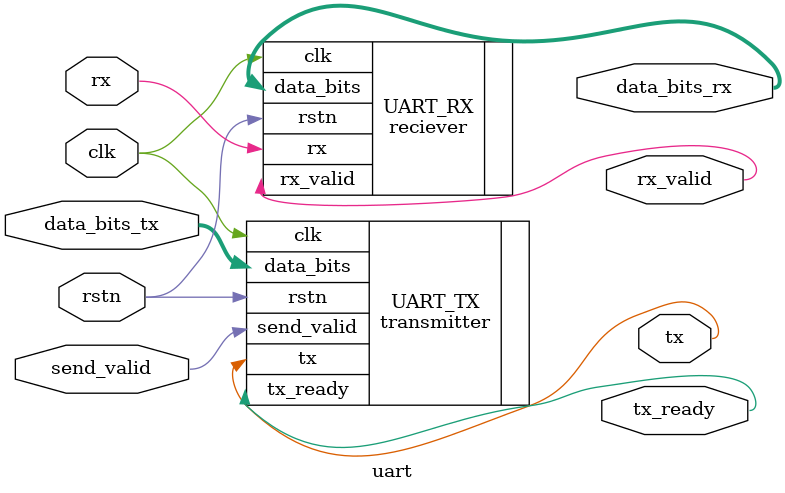
<source format=sv>
`timescale 1ns / 1ps
module uart #(
    parameter   
        WORD_SIZE = 8,  // 8 bits per word
        PULSE_WIDTH = 4, // PULSE_WIDTH = CLOCK_FREQ/BAUD, CLOCK_FREQ = 100000000, BAUD = 115200, CLK_PERIOD = 10
        PACKET_SIZE = 10 // start, word, stop      
    )(
    input logic clk, rstn, 
                send_valid, 
                rx,
    input logic [WORD_SIZE-1:0] data_bits_tx, 
    output logic [WORD_SIZE-1:0] data_bits_rx,
    output logic rx_valid, 
                tx_ready, tx
    );
       
   // instantiate the transmitter    
    transmitter #(
            .WORD_SIZE(WORD_SIZE),
            .PULSE_WIDTH(PULSE_WIDTH),
            .PACKET_SIZE(PACKET_SIZE)
    ) UART_TX (
            .clk(clk),
            .rstn(rstn),
            .send_valid(send_valid),
            .data_bits(data_bits_tx),
            .tx_ready(tx_ready),
            .tx(tx)
            ); 
    
    // instantiate the reciever
    reciever #(
            .WORD_SIZE(WORD_SIZE),
            .PULSE_WIDTH(PULSE_WIDTH),
            .PACKET_SIZE(PACKET_SIZE)
    ) UART_RX (
            .clk(clk),
            .rstn(rstn),
            .data_bits(data_bits_rx),
            .rx(rx),
            .rx_valid(rx_valid)
            ); 

endmodule

</source>
